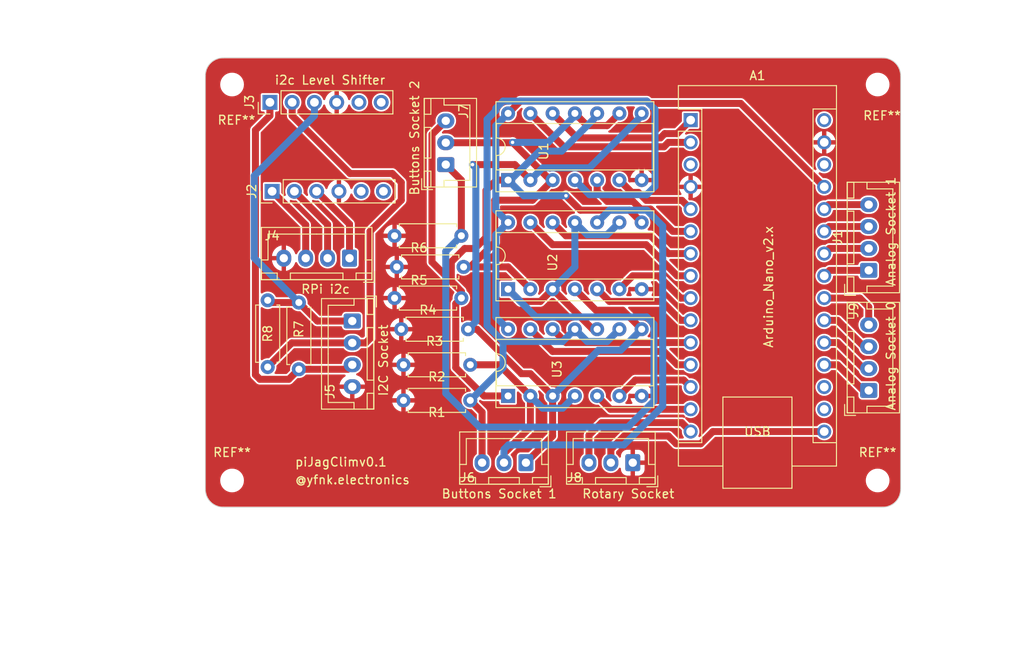
<source format=kicad_pcb>
(kicad_pcb (version 20221018) (generator pcbnew)
  (layers (0 "F.Cu" signal) (31 "B.Cu" signal) (34 "B.Paste" user) (35 "F.Paste" user) (36 "B.SilkS" user "B.Silkscreen") (37 "F.SilkS" user "F.Silkscreen") (38 "B.Mask" user) (39 "F.Mask" user) (44 "Edge.Cuts" user))
  (net 0 "")
  (net 1 "A")
  (net 2 "D")
  (net 4 "11")
  (net 5 "C")
  (net 6 "B")
  (net 7 "A'")
  (net 8 "D'")
  (net 9 "C'")
  (net 10 "B'")
  (net 11 "A''")
  (net 12 "D''")
  (net 13 "C''")
  (net 14 "B''")
  (net 15 "20")
  (net 16 "2")
  (net 19 "Net-(A1-A0)")
  (net 20 "Net-(A1-A1)")
  (net 21 "Net-(A1-A2)")
  (net 22 "Net-(A1-A3)")
  (net 23 "Net-(A1-A4)")
  (net 24 "Net-(A1-A5)")
  (net 25 "Net-(A1-A6)")
  (net 26 "Net-(A1-A7)")
  (net 27 "+5V")
  (net 30 "SCL2")
  (net 31 "SDA2")
  (net 32 "3V3")
  (net 33 "8")
  (net 34 "13")
  (net 35 "14")
  (net 36 "17")
  (net 37 "18")
  (net 38 "19")
  (net 39 "3")
  (net 40 "4")
  (net 41 "5")
  (footprint "Package_DIP:DIP-14_W7.62mm_Socket" (layer "F.Cu") (at 172.72 84.064 90)
    (fp_text reference "U1" (at 3.292 4.064 90) (layer "F.SilkS"))
    (fp_text value "~")
    (pad "1" thru_hole rect (at 0 0 90) (size 1.6 1.6) (drill 0.8) (layers "*.Cu" "*.Mask") (net 41 "5"))
    (pad "2" thru_hole oval (at 0 2.54 90) (size 1.6 1.6) (drill 0.8) (layers "*.Cu" "*.Mask") (net 36 "17"))
    (pad "3" thru_hole oval (at 0 5.08 90) (size 1.6 1.6) (drill 0.8) (layers "*.Cu" "*.Mask") (net 40 "4"))
    (pad "4" thru_hole oval (at 0 7.62 90) (size 1.6 1.6) (drill 0.8) (layers "*.Cu" "*.Mask") (net 38 "19"))
    (pad "5" thru_hole oval (at 0 10.16 90) (size 1.6 1.6) (drill 0.8) (layers "*.Cu" "*.Mask") (net 6 "B"))
    (pad "6" thru_hole oval (at 0 12.7 90) (size 1.6 1.6) (drill 0.8) (layers "*.Cu" "*.Mask") (net 5 "C"))
    (pad "7" thru_hole oval (at 0 15.24 90) (size 1.6 1.6) (drill 0.8) (layers "*.Cu" "*.Mask") (net 4 "11"))
    (pad "8" thru_hole oval (at 7.62 15.24 90) (size 1.6 1.6) (drill 0.8) (layers "*.Cu" "*.Mask") (net 36 "17"))
    (pad "9" thru_hole oval (at 7.62 12.7 90) (size 1.6 1.6) (drill 0.8) (layers "*.Cu" "*.Mask") (net 40 "4"))
    (pad "10" thru_hole oval (at 7.62 10.16 90) (size 1.6 1.6) (drill 0.8) (layers "*.Cu" "*.Mask") (net 41 "5"))
    (pad "11" thru_hole oval (at 7.62 7.62 90) (size 1.6 1.6) (drill 0.8) (layers "*.Cu" "*.Mask") (net 40 "4"))
    (pad "12" thru_hole oval (at 7.62 5.08 90) (size 1.6 1.6) (drill 0.8) (layers "*.Cu" "*.Mask") (net 2 "D"))
    (pad "13" thru_hole oval (at 7.62 2.54 90) (size 1.6 1.6) (drill 0.8) (layers "*.Cu" "*.Mask") (net 1 "A"))
    (pad "14" thru_hole oval (at 7.62 0 90) (size 1.6 1.6) (drill 0.8) (layers "*.Cu" "*.Mask") (net 27 "+5V"))
  )
  (footprint "Connector_JST:JST_XH_B4B-XH-A_1x04_P2.50mm_Vertical" (layer "F.Cu") (at 213.868 94.368 90)
    (fp_text reference "J1" (at 3.75 -3.55 90) (layer "F.SilkS"))
    (fp_text value "Analog Socket 1" (at 4.452 2.54 90) (layer "F.SilkS"))
    (pad "1" thru_hole roundrect (at 0 0 90) (size 1.7 1.95) (drill 0.95) (layers "*.Cu" "*.Mask") (roundrect_rratio 0.1470588235) (net 23 "Net-(A1-A4)"))
    (pad "2" thru_hole oval (at 2.5 0 90) (size 1.7 1.95) (drill 0.95) (layers "*.Cu" "*.Mask") (net 24 "Net-(A1-A5)"))
    (pad "3" thru_hole oval (at 5 0 90) (size 1.7 1.95) (drill 0.95) (layers "*.Cu" "*.Mask") (net 25 "Net-(A1-A6)"))
    (pad "4" thru_hole oval (at 7.5 0 90) (size 1.7 1.95) (drill 0.95) (layers "*.Cu" "*.Mask") (net 26 "Net-(A1-A7)"))
  )
  (footprint "Resistor_THT:R_Axial_DIN0207_L6.3mm_D2.5mm_P7.62mm_Horizontal" (layer "F.Cu") (at 168.148 101.092 180)
    (fp_text reference "R3" (at 3.81 -1.37) (layer "F.SilkS"))
    (fp_text value "20k")
    (pad "1" thru_hole circle (at 0 0 180) (size 1.6 1.6) (drill 0.8) (layers "*.Cu" "*.Mask") (net 36 "17"))
    (pad "2" thru_hole oval (at 7.62 0 180) (size 1.6 1.6) (drill 0.8) (layers "*.Cu" "*.Mask") (net 4 "11"))
  )
  (footprint "Connector_PinHeader_2.54mm:PinHeader_1x06_P2.54mm_Vertical" (layer "F.Cu") (at 145.542 75.184 90)
    (fp_text reference "J3" (at 0 -2.33 90) (layer "F.SilkS"))
    (fp_text value "i2c Level Shifter" (at 2.54 6.858 180) (layer "F.SilkS"))
    (pad "1" thru_hole rect (at 0 0 90) (size 1.7 1.7) (drill 1) (layers "*.Cu" "*.Mask") (net 33 "8"))
    (pad "2" thru_hole oval (at 0 2.54 90) (size 1.7 1.7) (drill 1) (layers "*.Cu" "*.Mask") (net 34 "13"))
    (pad "3" thru_hole oval (at 0 5.08 90) (size 1.7 1.7) (drill 1) (layers "*.Cu" "*.Mask") (net 35 "14"))
    (pad "4" thru_hole oval (at 0 7.62 90) (size 1.7 1.7) (drill 1) (layers "*.Cu" "*.Mask") (net 4 "11"))
    (pad "5" thru_hole oval (at 0 10.16 90) (size 1.7 1.7) (drill 1) (layers "*.Cu" "*.Mask"))
    (pad "6" thru_hole oval (at 0 12.7 90) (size 1.7 1.7) (drill 1) (layers "*.Cu" "*.Mask"))
  )
  (footprint "Resistor_THT:R_Axial_DIN0207_L6.3mm_D2.5mm_P7.62mm_Horizontal" (layer "F.Cu") (at 168.402 105.156 180)
    (fp_text reference "R2" (at 3.81 -1.37) (layer "F.SilkS"))
    (fp_text value "20k")
    (pad "1" thru_hole circle (at 0 0 180) (size 1.6 1.6) (drill 0.8) (layers "*.Cu" "*.Mask") (net 37 "18"))
    (pad "2" thru_hole oval (at 7.62 0 180) (size 1.6 1.6) (drill 0.8) (layers "*.Cu" "*.Mask") (net 4 "11"))
  )
  (footprint "Connector_JST:JST_XH_B3B-XH-A_1x03_P2.50mm_Vertical" (layer "F.Cu") (at 165.608 82.296 90)
    (fp_text reference "J7" (at 6.096 2.032 90) (layer "F.SilkS"))
    (fp_text value "Buttons Socket 2" (at 3.048 -3.556 90) (layer "F.SilkS"))
    (pad "1" thru_hole roundrect (at 0 0 90) (size 1.7 1.95) (drill 0.95) (layers "*.Cu" "*.Mask") (roundrect_rratio 0.1470588235) (net 39 "3"))
    (pad "2" thru_hole oval (at 2.5 0 90) (size 1.7 1.95) (drill 0.95) (layers "*.Cu" "*.Mask") (net 40 "4"))
    (pad "3" thru_hole oval (at 5 0 90) (size 1.7 1.95) (drill 0.95) (layers "*.Cu" "*.Mask") (net 41 "5"))
  )
  (footprint "Connector_JST:JST_XH_B4B-XH-A_1x04_P2.50mm_Vertical" (layer "F.Cu") (at 154.94 100.156 -90)
    (fp_text reference "J5" (at 8.048 2.54 90) (layer "F.SilkS"))
    (fp_text value "I2C Socket" (at 4.492 -3.556 90) (layer "F.SilkS"))
    (pad "1" thru_hole roundrect (at 0 0 270) (size 1.7 1.95) (drill 0.95) (layers "*.Cu" "*.Mask") (roundrect_rratio 0.1470588235) (net 35 "14"))
    (pad "2" thru_hole oval (at 2.5 0 270) (size 1.7 1.95) (drill 0.95) (layers "*.Cu" "*.Mask") (net 34 "13"))
    (pad "3" thru_hole oval (at 5 0 270) (size 1.7 1.95) (drill 0.95) (layers "*.Cu" "*.Mask") (net 33 "8"))
    (pad "4" thru_hole oval (at 7.5 0 270) (size 1.7 1.95) (drill 0.95) (layers "*.Cu" "*.Mask") (net 4 "11"))
  )
  (footprint "Resistor_THT:R_Axial_DIN0207_L6.3mm_D2.5mm_P7.62mm_Horizontal" (layer "F.Cu") (at 167.386 97.536 180)
    (fp_text reference "R4" (at 3.81 -1.37) (layer "F.SilkS"))
    (fp_text value "20k")
    (pad "1" thru_hole circle (at 0 0 180) (size 1.6 1.6) (drill 0.8) (layers "*.Cu" "*.Mask") (net 41 "5"))
    (pad "2" thru_hole oval (at 7.62 0 180) (size 1.6 1.6) (drill 0.8) (layers "*.Cu" "*.Mask") (net 4 "11"))
  )
  (footprint "Resistor_THT:R_Axial_DIN0207_L6.3mm_D2.5mm_P7.62mm_Horizontal" (layer "F.Cu") (at 148.844 98.044 -90)
    (fp_text reference "R7" (at 3.048 0 90) (layer "F.SilkS"))
    (fp_text value "10k")
    (pad "1" thru_hole circle (at 0 0 270) (size 1.6 1.6) (drill 0.8) (layers "*.Cu" "*.Mask") (net 35 "14"))
    (pad "2" thru_hole oval (at 7.62 0 270) (size 1.6 1.6) (drill 0.8) (layers "*.Cu" "*.Mask") (net 33 "8"))
  )
  (footprint "MountingHole:MountingHole_2.2mm_M2" (layer "F.Cu") (at 141.224 118.364)
    (fp_text reference "REF**" (at 0 -3.2) (layer "F.SilkS"))
    (fp_text value "MountingHole_2.2mm_M2")
    (pad "" np_thru_hole circle (at 0 0) (size 2.2 2.2) (drill 2.2) (layers "*.Cu" "*.Mask"))
  )
  (footprint "Package_DIP:DIP-14_W7.62mm_Socket" (layer "F.Cu") (at 172.72 96.52 90)
    (fp_text reference "U2" (at 3.048 5.08 90) (layer "F.SilkS"))
    (fp_text value "~")
    (pad "1" thru_hole rect (at 0 0 90) (size 1.6 1.6) (drill 0.8) (layers "*.Cu" "*.Mask") (net 39 "3"))
    (pad "2" thru_hole oval (at 0 2.54 90) (size 1.6 1.6) (drill 0.8) (layers "*.Cu" "*.Mask") (net 40 "4"))
    (pad "3" thru_hole oval (at 0 5.08 90) (size 1.6 1.6) (drill 0.8) (layers "*.Cu" "*.Mask") (net 39 "3"))
    (pad "4" thru_hole oval (at 0 7.62 90) (size 1.6 1.6) (drill 0.8) (layers "*.Cu" "*.Mask") (net 36 "17"))
    (pad "5" thru_hole oval (at 0 10.16 90) (size 1.6 1.6) (drill 0.8) (layers "*.Cu" "*.Mask") (net 10 "B'"))
    (pad "6" thru_hole oval (at 0 12.7 90) (size 1.6 1.6) (drill 0.8) (layers "*.Cu" "*.Mask") (net 9 "C'"))
    (pad "7" thru_hole oval (at 0 15.24 90) (size 1.6 1.6) (drill 0.8) (layers "*.Cu" "*.Mask") (net 4 "11"))
    (pad "8" thru_hole oval (at 7.62 15.24 90) (size 1.6 1.6) (drill 0.8) (layers "*.Cu" "*.Mask") (net 41 "5"))
    (pad "9" thru_hole oval (at 7.62 12.7 90) (size 1.6 1.6) (drill 0.8) (layers "*.Cu" "*.Mask") (net 39 "3"))
    (pad "10" thru_hole oval (at 7.62 10.16 90) (size 1.6 1.6) (drill 0.8) (layers "*.Cu" "*.Mask") (net 37 "18"))
    (pad "11" thru_hole oval (at 7.62 7.62 90) (size 1.6 1.6) (drill 0.8) (layers "*.Cu" "*.Mask") (net 39 "3"))
    (pad "12" thru_hole oval (at 7.62 5.08 90) (size 1.6 1.6) (drill 0.8) (layers "*.Cu" "*.Mask") (net 8 "D'"))
    (pad "13" thru_hole oval (at 7.62 2.54 90) (size 1.6 1.6) (drill 0.8) (layers "*.Cu" "*.Mask") (net 7 "A'"))
    (pad "14" thru_hole oval (at 7.62 0 90) (size 1.6 1.6) (drill 0.8) (layers "*.Cu" "*.Mask") (net 27 "+5V"))
  )
  (footprint "MountingHole:MountingHole_2.2mm_M2" (layer "F.Cu") (at 141.224 73.152)
    (fp_text reference "REF**" (at 0.508 4.064) (layer "F.SilkS"))
    (fp_text value "MountingHole_2.2mm_M2")
    (pad "" np_thru_hole circle (at 0 0) (size 2.2 2.2) (drill 2.2) (layers "*.Cu" "*.Mask"))
  )
  (footprint "Connector_JST:JST_XH_B4B-XH-A_1x04_P2.50mm_Vertical" (layer "F.Cu") (at 213.868 108.084 90)
    (fp_text reference "J9" (at 9.15 -1.7 90) (layer "F.SilkS"))
    (fp_text value "Analog Socket 0" (at 3.944 2.54 90) (layer "F.SilkS"))
    (pad "1" thru_hole roundrect (at 0 0 90) (size 1.7 1.95) (drill 0.95) (layers "*.Cu" "*.Mask") (roundrect_rratio 0.1470588235) (net 19 "Net-(A1-A0)"))
    (pad "2" thru_hole oval (at 2.5 0 90) (size 1.7 1.95) (drill 0.95) (layers "*.Cu" "*.Mask") (net 20 "Net-(A1-A1)"))
    (pad "3" thru_hole oval (at 5 0 90) (size 1.7 1.95) (drill 0.95) (layers "*.Cu" "*.Mask") (net 21 "Net-(A1-A2)"))
    (pad "4" thru_hole oval (at 7.5 0 90) (size 1.7 1.95) (drill 0.95) (layers "*.Cu" "*.Mask") (net 22 "Net-(A1-A3)"))
  )
  (footprint "Module:Arduino_Nano" (layer "F.Cu") (at 193.548 77.216)
    (fp_text reference "A1" (at 7.62 -5.08) (layer "F.SilkS"))
    (fp_text value "Arduino_Nano_v2.x" (at 8.89 19.05 90) (layer "F.SilkS"))
    (fp_text user "USB" (at 7.62 35.56 unlocked) (layer "F.SilkS"))
    (pad "1" thru_hole rect (at 0 0) (size 1.6 1.6) (drill 1) (layers "*.Cu" "*.Mask") (net 2 "D"))
    (pad "2" thru_hole oval (at 0 2.54) (size 1.6 1.6) (drill 1) (layers "*.Cu" "*.Mask") (net 1 "A"))
    (pad "3" thru_hole oval (at 0 5.08) (size 1.6 1.6) (drill 1) (layers "*.Cu" "*.Mask"))
    (pad "4" thru_hole oval (at 0 7.62) (size 1.6 1.6) (drill 1) (layers "*.Cu" "*.Mask") (net 4 "11"))
    (pad "5" thru_hole oval (at 0 10.16) (size 1.6 1.6) (drill 1) (layers "*.Cu" "*.Mask") (net 5 "C"))
    (pad "6" thru_hole oval (at 0 12.7) (size 1.6 1.6) (drill 1) (layers "*.Cu" "*.Mask") (net 6 "B"))
    (pad "7" thru_hole oval (at 0 15.24) (size 1.6 1.6) (drill 1) (layers "*.Cu" "*.Mask") (net 8 "D'"))
    (pad "8" thru_hole oval (at 0 17.78) (size 1.6 1.6) (drill 1) (layers "*.Cu" "*.Mask") (net 7 "A'"))
    (pad "9" thru_hole oval (at 0 20.32) (size 1.6 1.6) (drill 1) (layers "*.Cu" "*.Mask") (net 9 "C'"))
    (pad "10" thru_hole oval (at 0 22.86) (size 1.6 1.6) (drill 1) (layers "*.Cu" "*.Mask") (net 10 "B'"))
    (pad "11" thru_hole oval (at 0 25.4) (size 1.6 1.6) (drill 1) (layers "*.Cu" "*.Mask") (net 12 "D''"))
    (pad "12" thru_hole oval (at 0 27.94) (size 1.6 1.6) (drill 1) (layers "*.Cu" "*.Mask") (net 11 "A''"))
    (pad "13" thru_hole oval (at 0 30.48) (size 1.6 1.6) (drill 1) (layers "*.Cu" "*.Mask") (net 13 "C''"))
    (pad "14" thru_hole oval (at 0 33.02) (size 1.6 1.6) (drill 1) (layers "*.Cu" "*.Mask") (net 14 "B''"))
    (pad "15" thru_hole oval (at 0 35.56) (size 1.6 1.6) (drill 1) (layers "*.Cu" "*.Mask") (net 15 "20"))
    (pad "16" thru_hole oval (at 15.24 35.56) (size 1.6 1.6) (drill 1) (layers "*.Cu" "*.Mask") (net 16 "2"))
    (pad "17" thru_hole oval (at 15.24 33.02) (size 1.6 1.6) (drill 1) (layers "*.Cu" "*.Mask"))
    (pad "18" thru_hole oval (at 15.24 30.48) (size 1.6 1.6) (drill 1) (layers "*.Cu" "*.Mask"))
    (pad "19" thru_hole oval (at 15.24 27.94) (size 1.6 1.6) (drill 1) (layers "*.Cu" "*.Mask") (net 19 "Net-(A1-A0)"))
    (pad "20" thru_hole oval (at 15.24 25.4) (size 1.6 1.6) (drill 1) (layers "*.Cu" "*.Mask") (net 20 "Net-(A1-A1)"))
    (pad "21" thru_hole oval (at 15.24 22.86) (size 1.6 1.6) (drill 1) (layers "*.Cu" "*.Mask") (net 21 "Net-(A1-A2)"))
    (pad "22" thru_hole oval (at 15.24 20.32) (size 1.6 1.6) (drill 1) (layers "*.Cu" "*.Mask") (net 22 "Net-(A1-A3)"))
    (pad "23" thru_hole oval (at 15.24 17.78) (size 1.6 1.6) (drill 1) (layers "*.Cu" "*.Mask") (net 23 "Net-(A1-A4)"))
    (pad "24" thru_hole oval (at 15.24 15.24) (size 1.6 1.6) (drill 1) (layers "*.Cu" "*.Mask") (net 24 "Net-(A1-A5)"))
    (pad "25" thru_hole oval (at 15.24 12.7) (size 1.6 1.6) (drill 1) (layers "*.Cu" "*.Mask") (net 25 "Net-(A1-A6)"))
    (pad "26" thru_hole oval (at 15.24 10.16) (size 1.6 1.6) (drill 1) (layers "*.Cu" "*.Mask") (net 26 "Net-(A1-A7)"))
    (pad "27" thru_hole oval (at 15.24 7.62) (size 1.6 1.6) (drill 1) (layers "*.Cu" "*.Mask") (net 27 "+5V"))
    (pad "28" thru_hole oval (at 15.24 5.08) (size 1.6 1.6) (drill 1) (layers "*.Cu" "*.Mask"))
    (pad "29" thru_hole oval (at 15.24 2.54) (size 1.6 1.6) (drill 1) (layers "*.Cu" "*.Mask") (net 4 "11"))
    (pad "30" thru_hole oval (at 15.24 0) (size 1.6 1.6) (drill 1) (layers "*.Cu" "*.Mask"))
  )
  (footprint "MountingHole:MountingHole_2.2mm_M2" (layer "F.Cu") (at 214.884 118.364)
    (fp_text reference "REF**" (at 0 -3.2) (layer "F.SilkS"))
    (fp_text value "MountingHole_2.2mm_M2")
    (pad "" np_thru_hole circle (at 0 0) (size 2.2 2.2) (drill 2.2) (layers "*.Cu" "*.Mask"))
  )
  (footprint "Resistor_THT:R_Axial_DIN0207_L6.3mm_D2.5mm_P7.62mm_Horizontal" (layer "F.Cu") (at 167.386 90.424 180)
    (fp_text reference "R6" (at 4.826 -1.37) (layer "F.SilkS"))
    (fp_text value "20k")
    (pad "1" thru_hole circle (at 0 0 180) (size 1.6 1.6) (drill 0.8) (layers "*.Cu" "*.Mask") (net 39 "3"))
    (pad "2" thru_hole oval (at 7.62 0 180) (size 1.6 1.6) (drill 0.8) (layers "*.Cu" "*.Mask") (net 4 "11"))
  )
  (footprint "Resistor_THT:R_Axial_DIN0207_L6.3mm_D2.5mm_P7.62mm_Horizontal" (layer "F.Cu") (at 168.402 109.22 180)
    (fp_text reference "R1" (at 3.81 -1.37) (layer "F.SilkS"))
    (fp_text value "20k")
    (pad "1" thru_hole circle (at 0 0 180) (size 1.6 1.6) (drill 0.8) (layers "*.Cu" "*.Mask") (net 38 "19"))
    (pad "2" thru_hole oval (at 7.62 0 180) (size 1.6 1.6) (drill 0.8) (layers "*.Cu" "*.Mask") (net 4 "11"))
  )
  (footprint "Connector_JST:JST_XH_B4B-XH-A_1x04_P2.50mm_Vertical" (layer "F.Cu") (at 154.626 92.981 180)
    (fp_text reference "J4" (at 8.83 2.557) (layer "F.SilkS"))
    (fp_text value "RPi i2c" (at 2.734 -3.539) (layer "F.SilkS"))
    (pad "1" thru_hole roundrect (at 0 0 180) (size 1.7 1.95) (drill 0.95) (layers "*.Cu" "*.Mask") (roundrect_rratio 0.1470588235) (net 32 "3V3"))
    (pad "2" thru_hole oval (at 2.5 0 180) (size 1.7 1.95) (drill 0.95) (layers "*.Cu" "*.Mask") (net 31 "SDA2"))
    (pad "3" thru_hole oval (at 5 0 180) (size 1.7 1.95) (drill 0.95) (layers "*.Cu" "*.Mask") (net 30 "SCL2"))
    (pad "4" thru_hole oval (at 7.5 0 180) (size 1.7 1.95) (drill 0.95) (layers "*.Cu" "*.Mask") (net 4 "11"))
  )
  (footprint "Resistor_THT:R_Axial_DIN0207_L6.3mm_D2.5mm_P7.62mm_Horizontal" (layer "F.Cu") (at 167.64 93.98 180)
    (fp_text reference "R5" (at 5.08 -1.524) (layer "F.SilkS"))
    (fp_text value "20k")
    (pad "1" thru_hole circle (at 0 0 180) (size 1.6 1.6) (drill 0.8) (layers "*.Cu" "*.Mask") (net 40 "4"))
    (pad "2" thru_hole oval (at 7.62 0 180) (size 1.6 1.6) (drill 0.8) (layers "*.Cu" "*.Mask") (net 4 "11"))
  )
  (footprint "Connector_PinHeader_2.54mm:PinHeader_1x06_P2.54mm_Vertical" (layer "F.Cu") (at 145.796 85.344 90)
    (fp_text reference "J2" (at 0 -2.33 90) (layer "F.SilkS"))
    (fp_text value "i2c Level Shifter")
    (pad "1" thru_hole rect (at 0 0 90) (size 1.7 1.7) (drill 1) (layers "*.Cu" "*.Mask") (net 30 "SCL2"))
    (pad "2" thru_hole oval (at 0 2.54 90) (size 1.7 1.7) (drill 1) (layers "*.Cu" "*.Mask") (net 31 "SDA2"))
    (pad "3" thru_hole oval (at 0 5.08 90) (size 1.7 1.7) (drill 1) (layers "*.Cu" "*.Mask") (net 32 "3V3"))
    (pad "4" thru_hole oval (at 0 7.62 90) (size 1.7 1.7) (drill 1) (layers "*.Cu" "*.Mask") (net 4 "11"))
    (pad "5" thru_hole oval (at 0 10.16 90) (size 1.7 1.7) (drill 1) (layers "*.Cu" "*.Mask"))
    (pad "6" thru_hole oval (at 0 12.7 90) (size 1.7 1.7) (drill 1) (layers "*.Cu" "*.Mask"))
  )
  (footprint "MountingHole:MountingHole_2.2mm_M2" (layer "F.Cu") (at 214.884 73.152)
    (fp_text reference "REF**" (at 0.508 3.556) (layer "F.SilkS"))
    (fp_text value "MountingHole_2.2mm_M2")
    (pad "" np_thru_hole circle (at 0 0) (size 2.2 2.2) (drill 2.2) (layers "*.Cu" "*.Mask"))
  )
  (footprint "Package_DIP:DIP-14_W7.62mm_Socket" (layer "F.Cu") (at 172.72 108.712 90)
    (fp_text reference "U3" (at 3.048 5.588 90) (layer "F.SilkS"))
    (fp_text value "~")
    (pad "1" thru_hole rect (at 0 0 90) (size 1.6 1.6) (drill 0.8) (layers "*.Cu" "*.Mask") (net 41 "5"))
    (pad "2" thru_hole oval (at 0 2.54 90) (size 1.6 1.6) (drill 0.8) (layers "*.Cu" "*.Mask") (net 37 "18"))
    (pad "3" thru_hole oval (at 0 5.08 90) (size 1.6 1.6) (drill 0.8) (layers "*.Cu" "*.Mask") (net 36 "17"))
    (pad "4" thru_hole oval (at 0 7.62 90) (size 1.6 1.6) (drill 0.8) (layers "*.Cu" "*.Mask") (net 37 "18"))
    (pad "5" thru_hole oval (at 0 10.16 90) (size 1.6 1.6) (drill 0.8) (layers "*.Cu" "*.Mask") (net 14 "B''"))
    (pad "6" thru_hole oval (at 0 12.7 90) (size 1.6 1.6) (drill 0.8) (layers "*.Cu" "*.Mask") (net 13 "C''"))
    (pad "7" thru_hole oval (at 0 15.24 90) (size 1.6 1.6) (drill 0.8) (layers "*.Cu" "*.Mask") (net 4 "11"))
    (pad "8" thru_hole oval (at 7.62 15.24 90) (size 1.6 1.6) (drill 0.8) (layers "*.Cu" "*.Mask") (net 36 "17"))
    (pad "9" thru_hole oval (at 7.62 12.7 90) (size 1.6 1.6) (drill 0.8) (layers "*.Cu" "*.Mask") (net 38 "19"))
    (pad "10" thru_hole oval (at 7.62 10.16 90) (size 1.6 1.6) (drill 0.8) (layers "*.Cu" "*.Mask") (net 39 "3"))
    (pad "11" thru_hole oval (at 7.62 7.62 90) (size 1.6 1.6) (drill 0.8) (layers "*.Cu" "*.Mask") (net 38 "19"))
    (pad "12" thru_hole oval (at 7.62 5.08 90) (size 1.6 1.6) (drill 0.8) (layers "*.Cu" "*.Mask") (net 12 "D''"))
    (pad "13" thru_hole oval (at 7.62 2.54 90) (size 1.6 1.6) (drill 0.8) (layers "*.Cu" "*.Mask") (net 11 "A''"))
    (pad "14" thru_hole oval (at 7.62 0 90) (size 1.6 1.6) (drill 0.8) (layers "*.Cu" "*.Mask") (net 27 "+5V"))
  )
  (footprint "Connector_JST:JST_XH_B3B-XH-A_1x03_P2.50mm_Vertical" (layer "F.Cu") (at 186.944 116.332 180)
    (fp_text reference "J8" (at 6.65 -1.7) (layer "F.SilkS"))
    (fp_text value "Rotary Socket" (at 0.508 -3.556) (layer "F.SilkS"))
    (pad "1" thru_hole roundrect (at 0 0 180) (size 1.7 1.95) (drill 0.95) (layers "*.Cu" "*.Mask") (roundrect_rratio 0.1470588235) (net 4 "11"))
    (pad "2" thru_hole oval (at 2.5 0 180) (size 1.7 1.95) (drill 0.95) (layers "*.Cu" "*.Mask") (net 16 "2"))
    (pad "3" thru_hole oval (at 5 0 180) (size 1.7 1.95) (drill 0.95) (layers "*.Cu" "*.Mask") (net 15 "20"))
  )
  (footprint "Resistor_THT:R_Axial_DIN0207_L6.3mm_D2.5mm_P7.62mm_Horizontal" (layer "F.Cu") (at 145.288 97.79 -90)
    (fp_text reference "R8" (at 3.81 0 90) (layer "F.SilkS"))
    (fp_text value "10k")
    (pad "1" thru_hole circle (at 0 0 270) (size 1.6 1.6) (drill 0.8) (layers "*.Cu" "*.Mask") (net 35 "14"))
    (pad "2" thru_hole oval (at 7.62 0 270) (size 1.6 1.6) (drill 0.8) (layers "*.Cu" "*.Mask") (net 34 "13"))
  )
  (footprint "Connector_JST:JST_XH_B3B-XH-A_1x03_P2.50mm_Vertical" (layer "F.Cu") (at 174.752 116.332 180)
    (fp_text reference "J6" (at 6.65 -1.7) (layer "F.SilkS"))
    (fp_text value "Buttons Socket 1" (at 3.048 -3.556) (layer "F.SilkS"))
    (pad "1" thru_hole roundrect (at 0 0 180) (size 1.7 1.95) (drill 0.95) (layers "*.Cu" "*.Mask") (roundrect_rratio 0.1470588235) (net 36 "17"))
    (pad "2" thru_hole oval (at 2.5 0 180) (size 1.7 1.95) (drill 0.95) (layers "*.Cu" "*.Mask") (net 37 "18"))
    (pad "3" thru_hole oval (at 5 0 180) (size 1.7 1.95) (drill 0.95) (layers "*.Cu" "*.Mask") (net 38 "19"))
  )
  (gr_line (start 138.176 119.38) (end 138.176 72.136) (stroke (width 0.1)) (layer "Edge.Cuts"))
  (gr_line (start 217.511159 72.136) (end 217.511159 119.38) (stroke (width 0.1)) (layer "Edge.Cuts"))
  (gr_arc (start 140.208 121.412) (mid 138.771159 120.816841) (end 138.176 119.38) (stroke (width 0.1)) (layer "Edge.Cuts"))
  (gr_line (start 215.479159 121.412) (end 140.208 121.412) (stroke (width 0.1)) (layer "Edge.Cuts"))
  (gr_arc (start 138.176 72.136) (mid 138.771159 70.699159) (end 140.208 70.104) (stroke (width 0.1)) (layer "Edge.Cuts"))
  (gr_line (start 140.208 70.104) (end 215.479159 70.104) (stroke (width 0.1)) (layer "Edge.Cuts"))
  (gr_arc (start 215.479159 70.104) (mid 216.916 70.699159) (end 217.511159 72.136) (stroke (width 0.1)) (layer "Edge.Cuts"))
  (gr_arc (start 217.511159 119.38) (mid 216.916 120.816841) (end 215.479159 121.412) (stroke (width 0.1)) (layer "Edge.Cuts"))
  (gr_text "@yfnk.electronics" (at 148.336 118.872) (layer "F.SilkS") (effects (font (size 1 1)) (justify left bottom)))
  (gr_text "piJagClimv0.1" (at 148.336 116.84) (layer "F.SilkS") (effects (font (size 1 1)) (justify left bottom)))
  (segment (start 191.008 79.756) (end 190.5 80.264) (width 0.8) (layer "F.Cu") (net 1))
  (segment (start 179.08 80.264) (end 175.26 76.444) (width 0.8) (layer "F.Cu") (net 1))
  (segment (start 190.5 80.264) (end 179.08 80.264) (width 0.8) (layer "F.Cu") (net 1))
  (segment (start 175.26 76.444) (end 175.26 76.708) (width 0.8) (layer "F.Cu") (net 1))
  (segment (start 193.548 79.756) (end 191.008 79.756) (width 0.8) (layer "F.Cu") (net 1))
  (segment (start 180.604 79.248) (end 177.8 76.444) (width 0.8) (layer "F.Cu") (net 2))
  (segment (start 193.548 77.216) (end 192.008 78.756) (width 0.8) (layer "F.Cu") (net 2))
  (segment (start 190.593786 78.756) (end 190.101786 79.248) (width 0.8) (layer "F.Cu") (net 2))
  (segment (start 190.101786 79.248) (end 180.604 79.248) (width 0.8) (layer "F.Cu") (net 2))
  (segment (start 192.008 78.756) (end 190.593786 78.756) (width 0.8) (layer "F.Cu") (net 2))
  (segment (start 185.42 84.064) (end 186.82 85.464) (width 0.8) (layer "F.Cu") (net 5))
  (segment (start 192.548 86.376) (end 193.548 87.376) (width 0.8) (layer "F.Cu") (net 5))
  (segment (start 186.82 85.464) (end 187.572 85.464) (width 0.8) (layer "F.Cu") (net 5))
  (segment (start 188.484 86.376) (end 192.548 86.376) (width 0.8) (layer "F.Cu") (net 5))
  (segment (start 187.572 85.464) (end 188.484 86.376) (width 0.8) (layer "F.Cu") (net 5))
  (segment (start 193.548 89.916) (end 191.516 89.916) (width 0.8) (layer "F.Cu") (net 6))
  (segment (start 184.036 86.5) (end 182.88 85.344) (width 0.8) (layer "F.Cu") (net 6))
  (segment (start 182.88 85.344) (end 182.88 84.064) (width 0.8) (layer "F.Cu") (net 6))
  (segment (start 187.850214 87.376) (end 186.974214 86.5) (width 0.8) (layer "F.Cu") (net 6))
  (segment (start 191.516 89.916) (end 188.976 87.376) (width 0.8) (layer "F.Cu") (net 6))
  (segment (start 186.974214 86.5) (end 184.036 86.5) (width 0.8) (layer "F.Cu") (net 6))
  (segment (start 188.976 87.376) (end 187.850214 87.376) (width 0.8) (layer "F.Cu") (net 6))
  (segment (start 193.548 94.996) (end 192.024 94.996) (width 0.8) (layer "F.Cu") (net 7))
  (segment (start 188.468 91.44) (end 177.8 91.44) (width 0.8) (layer "F.Cu") (net 7))
  (segment (start 177.8 91.44) (end 175.26 88.9) (width 0.8) (layer "F.Cu") (net 7))
  (segment (start 192.024 94.996) (end 188.468 91.44) (width 0.8) (layer "F.Cu") (net 7))
  (segment (start 188.976 90.424) (end 179.324 90.424) (width 0.8) (layer "F.Cu") (net 8))
  (segment (start 191.008 92.456) (end 188.976 90.424) (width 0.8) (layer "F.Cu") (net 8))
  (segment (start 193.548 92.456) (end 191.008 92.456) (width 0.8) (layer "F.Cu") (net 8))
  (segment (start 179.324 90.424) (end 177.8 88.9) (width 0.8) (layer "F.Cu") (net 8))
  (segment (start 186.944 94.996) (end 185.42 96.52) (width 0.8) (layer "F.Cu") (net 9))
  (segment (start 193.548 97.536) (end 192.41663 97.536) (width 0.8) (layer "F.Cu") (net 9))
  (segment (start 189.87663 94.996) (end 186.944 94.996) (width 0.8) (layer "F.Cu") (net 9))
  (segment (start 192.41663 97.536) (end 189.87663 94.996) (width 0.8) (layer "F.Cu") (net 9))
  (segment (start 193.548 100.076) (end 192.41663 100.076) (width 0.8) (layer "F.Cu") (net 10))
  (segment (start 190.26063 97.92) (end 184.28 97.92) (width 0.8) (layer "F.Cu") (net 10))
  (segment (start 192.41663 100.076) (end 190.26063 97.92) (width 0.8) (layer "F.Cu") (net 10))
  (segment (start 184.28 97.92) (end 182.88 96.52) (width 0.8) (layer "F.Cu") (net 10))
  (segment (start 190.5 103.632) (end 177.8 103.632) (width 0.8) (layer "F.Cu") (net 11))
  (segment (start 193.548 105.156) (end 192.024 105.156) (width 0.8) (layer "F.Cu") (net 11))
  (segment (start 177.8 103.632) (end 175.26 101.092) (width 0.8) (layer "F.Cu") (net 11))
  (segment (start 192.024 105.156) (end 190.5 103.632) (width 0.8) (layer "F.Cu") (net 11))
  (segment (start 193.548 102.616) (end 179.324 102.616) (width 0.8) (layer "F.Cu") (net 12))
  (segment (start 179.324 102.616) (end 177.8 101.092) (width 0.8) (layer "F.Cu") (net 12))
  (segment (start 187.235999 106.896001) (end 185.42 108.712) (width 0.8) (layer "F.Cu") (net 13))
  (segment (start 193.548 107.696) (end 192.748001 106.896001) (width 0.8) (layer "F.Cu") (net 13))
  (segment (start 192.748001 106.896001) (end 187.235999 106.896001) (width 0.8) (layer "F.Cu") (net 13))
  (segment (start 184.404 110.236) (end 182.88 108.712) (width 0.8) (layer "F.Cu") (net 14))
  (segment (start 193.548 110.236) (end 184.404 110.236) (width 0.8) (layer "F.Cu") (net 14))
  (segment (start 183.388 111.76) (end 192.532 111.76) (width 0.8) (layer "F.Cu") (net 15))
  (segment (start 181.944 116.332) (end 181.944 113.204) (width 0.8) (layer "F.Cu") (net 15))
  (segment (start 181.944 113.204) (end 183.388 111.76) (width 0.8) (layer "F.Cu") (net 15))
  (segment (start 192.532 111.76) (end 193.548 112.776) (width 0.8) (layer "F.Cu") (net 15))
  (segment (start 191.9 114.176) (end 194.688 114.176) (width 0.8) (layer "F.Cu") (net 16))
  (segment (start 185.967 113.284) (end 191.008 113.284) (width 0.8) (layer "F.Cu") (net 16))
  (segment (start 184.444 116.332) (end 184.444 114.807) (width 0.8) (layer "F.Cu") (net 16))
  (segment (start 191.008 113.284) (end 191.9 114.176) (width 0.8) (layer "F.Cu") (net 16))
  (segment (start 194.688 114.176) (end 196.088 112.776) (width 0.8) (layer "F.Cu") (net 16))
  (segment (start 184.444 114.807) (end 185.967 113.284) (width 0.8) (layer "F.Cu") (net 16))
  (segment (start 196.088 112.776) (end 208.788 112.776) (width 0.8) (layer "F.Cu") (net 16))
  (segment (start 213.868 108.084) (end 213.24 108.084) (width 0.8) (layer "F.Cu") (net 19))
  (segment (start 213.24 108.084) (end 210.312 105.156) (width 0.8) (layer "F.Cu") (net 19))
  (segment (start 210.312 105.156) (end 208.788 105.156) (width 0.8) (layer "F.Cu") (net 19))
  (segment (start 213.868 105.584) (end 213.28 105.584) (width 0.8) (layer "F.Cu") (net 20))
  (segment (start 213.28 105.584) (end 210.312 102.616) (width 0.8) (layer "F.Cu") (net 20))
  (segment (start 210.312 102.616) (end 208.788 102.616) (width 0.8) (layer "F.Cu") (net 20))
  (segment (start 213.32 103.084) (end 210.312 100.076) (width 0.8) (layer "F.Cu") (net 21))
  (segment (start 210.312 100.076) (end 208.788 100.076) (width 0.8) (layer "F.Cu") (net 21))
  (segment (start 213.868 103.084) (end 213.32 103.084) (width 0.8) (layer "F.Cu") (net 21))
  (segment (start 212.852 97.536) (end 208.788 97.536) (width 0.8) (layer "F.Cu") (net 22))
  (segment (start 213.868 100.584) (end 213.868 98.552) (width 0.8) (layer "F.Cu") (net 22))
  (segment (start 213.868 98.552) (end 212.852 97.536) (width 0.8) (layer "F.Cu") (net 22))
  (segment (start 209.416 94.368) (end 208.788 94.996) (width 0.8) (layer "F.Cu") (net 23))
  (segment (start 213.868 94.368) (end 209.416 94.368) (width 0.8) (layer "F.Cu") (net 23))
  (segment (start 209.376 91.868) (end 208.788 92.456) (width 0.8) (layer "F.Cu") (net 24))
  (segment (start 213.868 91.868) (end 209.376 91.868) (width 0.8) (layer "F.Cu") (net 24))
  (segment (start 209.336 89.368) (end 208.788 89.916) (width 0.8) (layer "F.Cu") (net 25))
  (segment (start 213.868 89.368) (end 209.336 89.368) (width 0.8) (layer "F.Cu") (net 25))
  (segment (start 209.296 86.868) (end 208.788 87.376) (width 0.8) (layer "F.Cu") (net 26))
  (segment (start 213.868 86.868) (end 209.296 86.868) (width 0.8) (layer "F.Cu") (net 26))
  (segment (start 199.26 75.308) (end 188.803899 75.308) (width 0.8) (layer "F.Cu") (net 27))
  (segment (start 188.803899 75.308) (end 188.539899 75.044) (width 0.8) (layer "F.Cu") (net 27))
  (segment (start 208.788 84.836) (end 199.26 75.308) (width 0.8) (layer "F.Cu") (net 27))
  (segment (start 174.12 75.044) (end 172.72 76.444) (width 0.8) (layer "F.Cu") (net 27))
  (segment (start 188.539899 75.044) (end 174.12 75.044) (width 0.8) (layer "F.Cu") (net 27))
  (segment (start 171.32 99.692) (end 172.72 101.092) (width 0.8) (layer "B.Cu") (net 27))
  (segment (start 171.32 90.3) (end 171.32 99.692) (width 0.8) (layer "B.Cu") (net 27))
  (segment (start 172.72 76.444) (end 171.32 77.844) (width 0.8) (layer "B.Cu") (net 27))
  (segment (start 171.32 77.844) (end 171.32 87.5) (width 0.8) (layer "B.Cu") (net 27))
  (segment (start 172.72 88.9) (end 171.32 90.3) (width 0.8) (layer "B.Cu") (net 27))
  (segment (start 171.32 87.5) (end 172.72 88.9) (width 0.8) (layer "B.Cu") (net 27))
  (segment (start 149.626 89.174) (end 145.796 85.344) (width 0.8) (layer "F.Cu") (net 30))
  (segment (start 149.626 92.981) (end 149.626 89.174) (width 0.8) (layer "F.Cu") (net 30))
  (segment (start 152.126 89.134) (end 148.336 85.344) (width 0.8) (layer "F.Cu") (net 31))
  (segment (start 152.126 92.981) (end 152.126 89.134) (width 0.8) (layer "F.Cu") (net 31))
  (segment (start 154.626 92.981) (end 154.626 89.094) (width 0.8) (layer "F.Cu") (net 32))
  (segment (start 154.626 89.094) (end 150.876 85.344) (width 0.8) (layer "F.Cu") (net 32))
  (segment (start 143.888 106.296) (end 143.888 78.362) (width 0.8) (layer "F.Cu") (net 33))
  (segment (start 144.402 106.81) (end 143.888 106.296) (width 0.8) (layer "F.Cu") (net 33))
  (segment (start 145.542 76.708) (end 145.542 75.184) (width 0.8) (layer "F.Cu") (net 33))
  (segment (start 148.844 105.664) (end 147.698 106.81) (width 0.8) (layer "F.Cu") (net 33))
  (segment (start 143.888 78.362) (end 145.542 76.708) (width 0.8) (layer "F.Cu") (net 33))
  (segment (start 148.844 105.664) (end 154.432 105.664) (width 0.8) (layer "F.Cu") (net 33))
  (segment (start 147.698 106.81) (end 144.402 106.81) (width 0.8) (layer "F.Cu") (net 33))
  (segment (start 154.432 105.664) (end 154.94 105.156) (width 0.8) (layer "F.Cu") (net 33))
  (segment (start 156.972 102.149) (end 156.972 89.916) (width 0.8) (layer "F.Cu") (net 34))
  (segment (start 154.94 102.656) (end 156.465 102.656) (width 0.8) (layer "F.Cu") (net 34))
  (segment (start 160.528 84.328) (end 159.512 83.312) (width 0.8) (layer "F.Cu") (net 34))
  (segment (start 148.042 102.656) (end 154.94 102.656) (width 0.8) (layer "F.Cu") (net 34))
  (segment (start 156.465 102.656) (end 156.972 102.149) (width 0.8) (layer "F.Cu") (net 34))
  (segment (start 148.082 76.708) (end 148.082 75.184) (width 0.8) (layer "F.Cu") (net 34))
  (segment (start 145.288 105.41) (end 148.042 102.656) (width 0.8) (layer "F.Cu") (net 34))
  (segment (start 156.972 89.916) (end 160.528 86.36) (width 0.8) (layer "F.Cu") (net 34))
  (segment (start 160.528 86.36) (end 160.528 84.328) (width 0.8) (layer "F.Cu") (net 34))
  (segment (start 159.512 83.312) (end 154.686 83.312) (width 0.8) (layer "F.Cu") (net 34))
  (segment (start 154.686 83.312) (end 148.082 76.708) (width 0.8) (layer "F.Cu") (net 34))
  (segment (start 148.844 98.044) (end 145.542 98.044) (width 0.8) (layer "F.Cu") (net 35))
  (segment (start 145.542 98.044) (end 145.288 97.79) (width 0.8) (layer "F.Cu") (net 35))
  (segment (start 150.956 100.156) (end 148.844 98.044) (width 0.8) (layer "F.Cu") (net 35))
  (segment (start 154.94 100.156) (end 150.956 100.156) (width 0.8) (layer "F.Cu") (net 35))
  (segment (start 148.844 98.044) (end 143.764 92.964) (width 0.8) (layer "B.Cu") (net 35))
  (segment (start 150.622 76.708) (end 150.622 75.184) (width 0.8) (layer "B.Cu") (net 35))
  (segment (start 143.764 83.566) (end 150.622 76.708) (width 0.8) (layer "B.Cu") (net 35))
  (segment (start 143.764 92.964) (end 143.764 83.566) (width 0.8) (layer "B.Cu") (net 35))
  (segment (start 175.26 84.064) (end 173.492 82.296) (width 0.8) (layer "F.Cu") (net 36))
  (segment (start 187.96 101.092) (end 185.788 98.92) (width 0.8) (layer "F.Cu") (net 36))
  (segment (start 168.148 101.092) (end 169.164 101.092) (width 0.8) (layer "F.Cu") (net 36))
  (segment (start 174.244 106.172) (end 175.26 106.172) (width 0.8) (layer "F.Cu") (net 36))
  (segment (start 182.74 98.92) (end 180.34 96.52) (width 0.8) (layer "F.Cu") (net 36))
  (segment (start 174.752 116.332) (end 177.8 113.284) (width 0.8) (layer "F.Cu") (net 36))
  (segment (start 169.164 101.092) (end 174.244 106.172) (width 0.8) (layer "F.Cu") (net 36))
  (segment (start 185.788 98.92) (end 182.74 98.92) (width 0.8) (layer "F.Cu") (net 36))
  (segment (start 177.8 113.284) (end 177.8 108.712) (width 0.8) (layer "F.Cu") (net 36))
  (segment (start 173.492 82.296) (end 168.656 82.296) (width 0.8) (layer "F.Cu") (net 36))
  (segment (start 175.26 106.172) (end 177.8 108.712) (width 0.8) (layer "F.Cu") (net 36))
  (via (at 168.656 82.296) (size 0.8) (drill 0.4) (layers "F.Cu" "B.Cu") (net 36))
  (segment (start 187.96 76.444) (end 187.96 76.708) (width 0.8) (layer "B.Cu") (net 36))
  (segment (start 169.04 82.68) (end 169.04 100.2) (width 0.8) (layer "B.Cu") (net 36))
  (segment (start 169.04 100.2) (end 168.148 101.092) (width 0.8) (layer "B.Cu") (net 36))
  (segment (start 185.56 103.492) (end 187.96 101.092) (width 0.8) (layer "B.Cu") (net 36))
  (segment (start 177.8 108.712) (end 183.02 103.492) (width 0.8) (layer "B.Cu") (net 36))
  (segment (start 187.96 76.708) (end 182.004 82.664) (width 0.8) (layer "B.Cu") (net 36))
  (segment (start 176.66 82.664) (end 175.26 84.064) (width 0.8) (layer "B.Cu") (net 36))
  (segment (start 183.02 103.492) (end 185.56 103.492) (width 0.8) (layer "B.Cu") (net 36))
  (segment (start 182.004 82.664) (end 181.476 82.664) (width 0.8) (layer "B.Cu") (net 36))
  (segment (start 181.476 82.664) (end 176.66 82.664) (width 0.8) (layer "B.Cu") (net 36))
  (segment (start 168.656 82.296) (end 169.04 82.68) (width 0.8) (layer "B.Cu") (net 36))
  (segment (start 168.402 105.156) (end 171.704 105.156) (width 0.8) (layer "F.Cu") (net 37))
  (segment (start 171.704 105.156) (end 175.26 108.712) (width 0.8) (layer "F.Cu") (net 37))
  (segment (start 172.252 115.276) (end 175.26 112.268) (width 0.8) (layer "F.Cu") (net 37))
  (segment (start 172.252 116.332) (end 172.252 115.276) (width 0.8) (layer "F.Cu") (net 37))
  (segment (start 175.26 112.268) (end 175.26 108.712) (width 0.8) (layer "F.Cu") (net 37))
  (segment (start 185.928 114.3) (end 172.759 114.3) (width 0.8) (layer "B.Cu") (net 37))
  (segment (start 184.28 87.5) (end 188.539899 87.5) (width 0.8) (layer "B.Cu") (net 37))
  (segment (start 172.252 114.807) (end 172.252 116.332) (width 0.8) (layer "B.Cu") (net 37))
  (segment (start 178.94 110.112) (end 180.34 108.712) (width 0.8) (layer "B.Cu") (net 37))
  (segment (start 175.26 108.712) (end 176.66 110.112) (width 0.8) (layer "B.Cu") (net 37))
  (segment (start 172.759 114.3) (end 172.252 114.807) (width 0.8) (layer "B.Cu") (net 37))
  (segment (start 176.66 110.112) (end 178.94 110.112) (width 0.8) (layer "B.Cu") (net 37))
  (segment (start 182.88 88.9) (end 184.28 87.5) (width 0.8) (layer "B.Cu") (net 37))
  (segment (start 190.36 89.320101) (end 190.36 109.868) (width 0.8) (layer "B.Cu") (net 37))
  (segment (start 188.539899 87.5) (end 190.36 89.320101) (width 0.8) (layer "B.Cu") (net 37))
  (segment (start 190.36 109.868) (end 185.928 114.3) (width 0.8) (layer "B.Cu") (net 37))
  (segment (start 169.752 116.332) (end 169.752 110.57) (width 0.8) (layer "F.Cu") (net 38))
  (segment (start 169.752 110.57) (end 168.402 109.22) (width 0.8) (layer "F.Cu") (net 38))
  (segment (start 170.32 100.671899) (end 170.32 77.128101) (width 0.8) (layer "B.Cu") (net 38))
  (segment (start 181.74 102.492) (end 184.02 102.492) (width 0.8) (layer "B.Cu") (net 38))
  (segment (start 178.94 102.492) (end 172.140101 102.492) (width 0.8) (layer "B.Cu") (net 38))
  (segment (start 189.484 84.783899) (end 188.539899 85.728) (width 0.8) (layer "B.Cu") (net 38))
  (segment (start 189.484 75.988101) (end 189.484 84.783899) (width 0.8) (layer "B.Cu") (net 38))
  (segment (start 188.539899 85.728) (end 182.004 85.728) (width 0.8) (layer "B.Cu") (net 38))
  (segment (start 168.402 109.22) (end 172.140101 105.481899) (width 0.8) (layer "B.Cu") (net 38))
  (segment (start 172.140101 102.492) (end 170.32 100.671899) (width 0.8) (layer "B.Cu") (net 38))
  (segment (start 184.02 102.492) (end 185.42 101.092) (width 0.8) (layer "B.Cu") (net 38))
  (segment (start 180.34 101.092) (end 181.74 102.492) (width 0.8) (layer "B.Cu") (net 38))
  (segment (start 170.32 77.128101) (end 171.32 76.128101) (width 0.8) (layer "B.Cu") (net 38))
  (segment (start 182.004 85.728) (end 180.34 84.064) (width 0.8) (layer "B.Cu") (net 38))
  (segment (start 171.32 76.128101) (end 171.32 75.864101) (width 0.8) (layer "B.Cu") (net 38))
  (segment (start 172.140101 75.044) (end 188.539899 75.044) (width 0.8) (layer "B.Cu") (net 38))
  (segment (start 180.34 101.092) (end 178.94 102.492) (width 0.8) (layer "B.Cu") (net 38))
  (segment (start 171.32 75.864101) (end 172.140101 75.044) (width 0.8) (layer "B.Cu") (net 38))
  (segment (start 172.140101 105.481899) (end 172.140101 102.492) (width 0.8) (layer "B.Cu") (net 38))
  (segment (start 188.539899 75.044) (end 189.484 75.988101) (width 0.8) (layer "B.Cu") (net 38))
  (segment (start 167.386 90.424) (end 167.386 84.074) (width 0.8) (layer "F.Cu") (net 39))
  (segment (start 177.8 96.52) (end 176.4 97.92) (width 0.8) (layer "F.Cu") (net 39))
  (segment (start 182.372 101.092) (end 177.8 96.52) (width 0.8) (layer "F.Cu") (net 39))
  (segment (start 176.4 97.92) (end 174.12 97.92) (width 0.8) (layer "F.Cu") (net 39))
  (segment (start 174.12 97.92) (end 172.72 96.52) (width 0.8) (layer "F.Cu") (net 39))
  (segment (start 167.386 84.074) (end 165.608 82.296) (width 0.8) (layer "F.Cu") (net 39))
  (segment (start 182.88 101.092) (end 182.372 101.092) (width 0.8) (layer "F.Cu") (net 39))
  (segment (start 181.74 90.3) (end 180.34 88.9) (width 0.8) (layer "B.Cu") (net 39))
  (segment (start 186.383899 112.268) (end 169.470101 112.268) (width 0.8) (layer "B.Cu") (net 39))
  (segment (start 180.34 88.9) (end 180.34 93.98) (width 0.8) (layer "B.Cu") (net 39))
  (segment (start 188.539899 99.692) (end 189.36 100.512101) (width 0.8) (layer "B.Cu") (net 39))
  (segment (start 169.470101 112.268) (end 165.608 108.405899) (width 0.8) (layer "B.Cu") (net 39))
  (segment (start 175.892 99.692) (end 188.539899 99.692) (width 0.8) (layer "B.Cu") (net 39))
  (segment (start 189.36 109.291899) (end 186.383899 112.268) (width 0.8) (layer "B.Cu") (net 39))
  (segment (start 165.608 108.405899) (end 165.608 92.202) (width 0.8) (layer "B.Cu") (net 39))
  (segment (start 184.02 90.3) (end 181.74 90.3) (width 0.8) (layer "B.Cu") (net 39))
  (segment (start 185.42 88.9) (end 184.02 90.3) (width 0.8) (layer "B.Cu") (net 39))
  (segment (start 189.36 100.512101) (end 189.36 109.291899) (width 0.8) (layer "B.Cu") (net 39))
  (segment (start 180.34 93.98) (end 177.8 96.52) (width 0.8) (layer "B.Cu") (net 39))
  (segment (start 165.608 92.202) (end 167.386 90.424) (width 0.8) (layer "B.Cu") (net 39))
  (segment (start 172.72 96.52) (end 175.892 99.692) (width 0.8) (layer "B.Cu") (net 39))
  (segment (start 177.536 84.064) (end 177.8 84.064) (width 0.8) (layer "F.Cu") (net 40))
  (segment (start 171.196 91.186) (end 168.402 93.98) (width 0.8) (layer "F.Cu") (net 40))
  (segment (start 168.402 93.98) (end 172.72 93.98) (width 0.8) (layer "F.Cu") (net 40))
  (segment (start 165.608 79.796) (end 173.268 79.796) (width 0.8) (layer "F.Cu") (net 40))
  (segment (start 177.8 84.064) (end 175.504 86.36) (width 0.8) (layer "F.Cu") (net 40))
  (segment (start 175.504 86.36) (end 171.196 86.36) (width 0.8) (layer "F.Cu") (net 40))
  (segment (start 173.268 79.796) (end 177.536 84.064) (width 0.8) (layer "F.Cu") (net 40))
  (segment (start 181.74 77.844) (end 180.34 76.444) (width 0.8) (layer "F.Cu") (net 40))
  (segment (start 171.196 86.36) (end 171.196 91.186) (width 0.8) (layer "F.Cu") (net 40))
  (segment (start 185.42 76.444) (end 184.02 77.844) (width 0.8) (layer "F.Cu") (net 40))
  (segment (start 184.02 77.844) (end 181.74 77.844) (width 0.8) (layer "F.Cu") (net 40))
  (segment (start 172.72 93.98) (end 175.26 96.52) (width 0.8) (layer "F.Cu") (net 40))
  (via (at 173.228 79.756) (size 0.8) (drill 0.4) (layers "F.Cu" "B.Cu") (net 40))
  (segment (start 180.34 76.444) (end 180.34 76.708) (width 0.8) (layer "B.Cu") (net 40))
  (segment (start 177.292 79.756) (end 173.228 79.756) (width 0.8) (layer "B.Cu") (net 40))
  (segment (start 180.34 76.708) (end 177.292 79.756) (width 0.8) (layer "B.Cu") (net 40))
  (segment (start 166.24 93.400101) (end 167.764208 91.875893) (width 0.8) (layer "F.Cu") (net 41))
  (segment (start 164.033 93.421) (end 167.002 96.39) (width 0.8) (layer "F.Cu") (net 41))
  (segment (start 187.96 88.9) (end 186.56 87.5) (width 0.8) (layer "F.Cu") (net 41))
  (segment (start 167.002 96.39) (end 167.386 96.774) (width 0.8) (layer "F.Cu") (net 41))
  (segment (start 166.748 98.174) (end 166.748 105.481899) (width 0.8) (layer "F.Cu") (net 41))
  (segment (start 171.384 84.064) (end 172.72 84.064) (width 0.8) (layer "F.Cu") (net 41))
  (segment (start 167.002 96.39) (end 166.24 95.628) (width 0.8) (layer "F.Cu") (net 41))
  (segment (start 169.978101 108.712) (end 172.72 108.712) (width 0.8) (layer "F.Cu") (net 41))
  (segment (start 170.196 85.252) (end 171.384 84.064) (width 0.8) (layer "F.Cu") (net 41))
  (segment (start 166.24 95.628) (end 166.24 93.400101) (width 0.8) (layer "F.Cu") (net 41))
  (segment (start 170.196 90.609899) (end 170.196 85.252) (width 0.8) (layer "F.Cu") (net 41))
  (segment (start 165.608 77.296) (end 164.033 78.871) (width 0.8) (layer "F.Cu") (net 41))
  (segment (start 168.930006 91.875893) (end 170.196 90.609899) (width 0.8) (layer "F.Cu") (net 41))
  (segment (start 164.033 78.871) (end 164.033 93.421) (width 0.8) (layer "F.Cu") (net 41))
  (segment (start 166.748 105.481899) (end 169.978101 108.712) (width 0.8) (layer "F.Cu") (net 41))
  (segment (start 167.386 96.774) (end 167.386 97.536) (width 0.8) (layer "F.Cu") (net 41))
  (segment (start 186.56 87.5) (end 180.972 87.5) (width 0.8) (layer "F.Cu") (net 41))
  (segment (start 167.764208 91.875893) (end 168.930006 91.875893) (width 0.8) (layer "F.Cu") (net 41))
  (segment (start 167.386 97.536) (end 166.748 98.174) (width 0.8) (layer "F.Cu") (net 41))
  (segment (start 180.972 87.5) (end 179.324 85.852) (width 0.8) (layer "F.Cu") (net 41))
  (via (at 179.324 85.852) (size 0.8) (drill 0.4) (layers "F.Cu" "B.Cu") (net 41))
  (segment (start 178.831999 80.756001) (end 176.291999 80.756001) (width 0.8) (layer "B.Cu") (net 41))
  (segment (start 172.984 84.064) (end 172.72 84.064) (width 0.8) (layer "B.Cu") (net 41))
  (segment (start 172.72 84.064) (end 174.508 85.852) (width 0.8) (layer "B.Cu") (net 41))
  (segment (start 176.291999 80.756001) (end 172.984 84.064) (width 0.8) (layer "B.Cu") (net 41))
  (segment (start 182.88 76.444) (end 182.88 76.708) (width 0.8) (layer "B.Cu") (net 41))
  (segment (start 174.508 85.852) (end 179.324 85.852) (width 0.8) (layer "B.Cu") (net 41))
  (segment (start 182.88 76.708) (end 178.831999 80.756001) (width 0.8) (layer "B.Cu") (net 41))
  (zone (net 4) (net_name "11") (layer "F.Cu") (connect_pads (clearance 0.2)) (min_thickness 0.25) (fill yes (thermal_gap 0.5) (thermal_bridge_width 0.5))
    (polygon (pts (xy 228.6 65.532) (xy 130.048 63.5) (xy 128.016 140.208) (xy 231.14 138.176)))
  )
)
</source>
